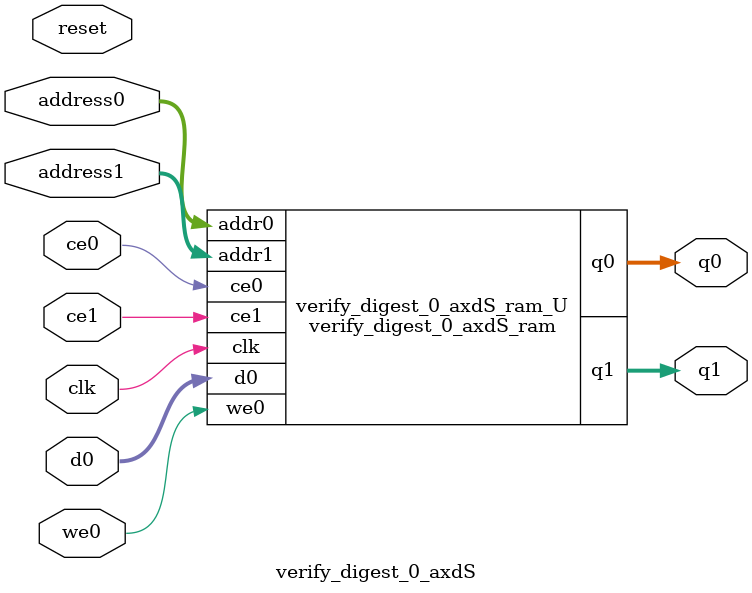
<source format=v>
`timescale 1 ns / 1 ps
module verify_digest_0_axdS_ram (addr0, ce0, d0, we0, q0, addr1, ce1, q1,  clk);

parameter DWIDTH = 8;
parameter AWIDTH = 9;
parameter MEM_SIZE = 498;

input[AWIDTH-1:0] addr0;
input ce0;
input[DWIDTH-1:0] d0;
input we0;
output reg[DWIDTH-1:0] q0;
input[AWIDTH-1:0] addr1;
input ce1;
output reg[DWIDTH-1:0] q1;
input clk;

(* ram_style = "block" *)reg [DWIDTH-1:0] ram[0:MEM_SIZE-1];




always @(posedge clk)  
begin 
    if (ce0) begin
        if (we0) 
            ram[addr0] <= d0; 
        q0 <= ram[addr0];
    end
end


always @(posedge clk)  
begin 
    if (ce1) begin
        q1 <= ram[addr1];
    end
end


endmodule

`timescale 1 ns / 1 ps
module verify_digest_0_axdS(
    reset,
    clk,
    address0,
    ce0,
    we0,
    d0,
    q0,
    address1,
    ce1,
    q1);

parameter DataWidth = 32'd8;
parameter AddressRange = 32'd498;
parameter AddressWidth = 32'd9;
input reset;
input clk;
input[AddressWidth - 1:0] address0;
input ce0;
input we0;
input[DataWidth - 1:0] d0;
output[DataWidth - 1:0] q0;
input[AddressWidth - 1:0] address1;
input ce1;
output[DataWidth - 1:0] q1;



verify_digest_0_axdS_ram verify_digest_0_axdS_ram_U(
    .clk( clk ),
    .addr0( address0 ),
    .ce0( ce0 ),
    .we0( we0 ),
    .d0( d0 ),
    .q0( q0 ),
    .addr1( address1 ),
    .ce1( ce1 ),
    .q1( q1 ));

endmodule


</source>
